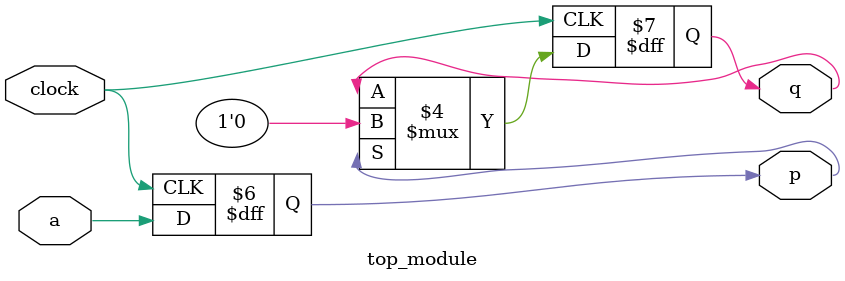
<source format=sv>
module top_module (
    input clock,
    input a, 
    output reg p,
    output reg q
);

always @(posedge clock) begin
    // Update p
    p <= a;

    // Update q
    if (p == 1) begin
        q <= 0;
    end else begin
        q <= q;
    end
end

endmodule

</source>
